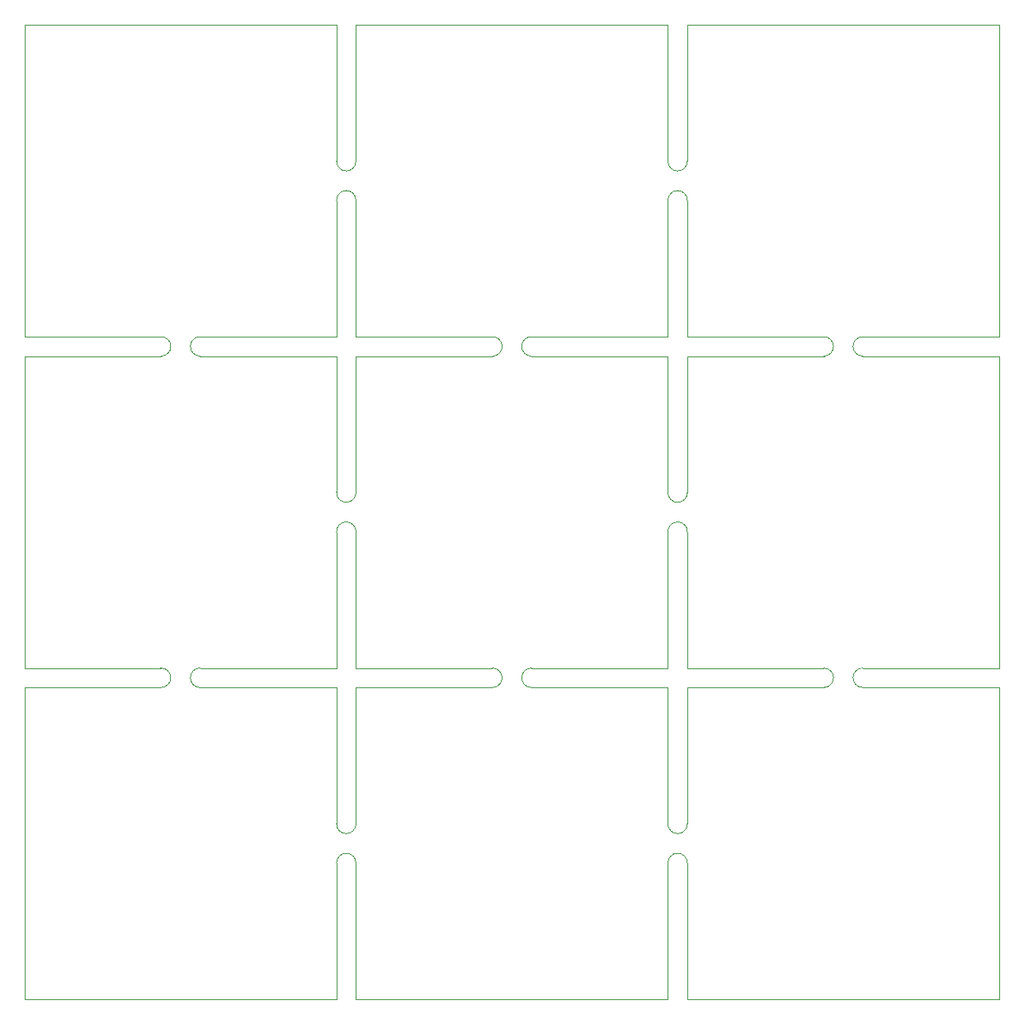
<source format=gm1>
G04 #@! TF.GenerationSoftware,KiCad,Pcbnew,(5.1.5)-3*
G04 #@! TF.CreationDate,2021-06-29T22:10:07+07:00*
G04 #@! TF.ProjectId,noname,6e6f6e61-6d65-42e6-9b69-6361645f7063,rev?*
G04 #@! TF.SameCoordinates,Original*
G04 #@! TF.FileFunction,Profile,NP*
%FSLAX46Y46*%
G04 Gerber Fmt 4.6, Leading zero omitted, Abs format (unit mm)*
G04 Created by KiCad (PCBNEW (5.1.5)-3) date 2021-06-29 22:10:07*
%MOMM*%
%LPD*%
G04 APERTURE LIST*
%ADD10C,0.050000*%
G04 APERTURE END LIST*
D10*
X148010000Y-57302400D02*
X180014000Y-57302400D01*
X114010000Y-57302400D02*
X146014000Y-57302400D01*
X80010000Y-57302400D02*
X112014000Y-57302400D01*
X80010000Y-125302400D02*
X80010000Y-157306400D01*
X80010000Y-91302400D02*
X80010000Y-123306400D01*
X80010000Y-57302400D02*
X80010000Y-89306400D01*
X180014000Y-125302400D02*
X180014000Y-157306400D01*
X180014000Y-91302400D02*
X180014000Y-123306400D01*
X180014000Y-57302400D02*
X180014000Y-89306400D01*
X148010000Y-157306400D02*
X180014000Y-157306400D01*
X114010000Y-157306400D02*
X146014000Y-157306400D01*
X80010000Y-157306400D02*
X112014000Y-157306400D01*
X161982562Y-123306659D02*
G75*
G02X162033339Y-125301959I30458J-997521D01*
G01*
X162030800Y-125302400D02*
X148010000Y-125302400D01*
X128030800Y-125302400D02*
X114010000Y-125302400D01*
X94030800Y-125302400D02*
X80010000Y-125302400D01*
X162030800Y-91302400D02*
X148010000Y-91302400D01*
X128030800Y-91302400D02*
X114010000Y-91302400D01*
X94030800Y-91302400D02*
X80010000Y-91302400D01*
X148010000Y-123306400D02*
X161980000Y-123306400D01*
X114010000Y-123306400D02*
X127980000Y-123306400D01*
X80010000Y-123306400D02*
X93980000Y-123306400D01*
X148010000Y-89306400D02*
X161980000Y-89306400D01*
X114010000Y-89306400D02*
X127980000Y-89306400D01*
X165993200Y-125302400D02*
X180014000Y-125302400D01*
X131993200Y-125302400D02*
X146014000Y-125302400D01*
X97993200Y-125302400D02*
X112014000Y-125302400D01*
X165993200Y-91302400D02*
X180014000Y-91302400D01*
X131993200Y-91302400D02*
X146014000Y-91302400D01*
X97993200Y-91302400D02*
X112014000Y-91302400D01*
X165993186Y-125303226D02*
G75*
G02X166043999Y-123306401I17794J998606D01*
G01*
X131993186Y-125303226D02*
G75*
G02X132043999Y-123306401I17794J998606D01*
G01*
X97993186Y-125303226D02*
G75*
G02X98043999Y-123306401I17794J998606D01*
G01*
X165993186Y-91303226D02*
G75*
G02X166043999Y-89306401I17794J998606D01*
G01*
X131993186Y-91303226D02*
G75*
G02X132043999Y-89306401I17794J998606D01*
G01*
X127980022Y-123307099D02*
G75*
G02X128030799Y-125302399I30458J-997521D01*
G01*
X93980022Y-123307099D02*
G75*
G02X94030799Y-125302399I30458J-997521D01*
G01*
X161980022Y-89307099D02*
G75*
G02X162030799Y-91302399I30458J-997521D01*
G01*
X127980022Y-89307099D02*
G75*
G02X128030799Y-91302399I30458J-997521D01*
G01*
X114009999Y-71271945D02*
G75*
G02X112013561Y-71271961I-998219J-33035D01*
G01*
X148010000Y-143336400D02*
X148010000Y-157306400D01*
X114010000Y-143336400D02*
X114010000Y-157306400D01*
X148010000Y-109336400D02*
X148010000Y-123306400D01*
X114010000Y-109336400D02*
X114010000Y-123306400D01*
X148010000Y-75336400D02*
X148010000Y-89306400D01*
X114010000Y-75336400D02*
X114010000Y-89306400D01*
X146014000Y-143336400D02*
X146014000Y-157306400D01*
X112014000Y-143336400D02*
X112014000Y-157306400D01*
X146014000Y-109336400D02*
X146014000Y-123306400D01*
X112014000Y-109336400D02*
X112014000Y-123306400D01*
X146014000Y-75336400D02*
X146014000Y-89306400D01*
X148010000Y-125302400D02*
X148010000Y-139272400D01*
X114010000Y-125302400D02*
X114010000Y-139272400D01*
X148010000Y-91302400D02*
X148010000Y-105272400D01*
X114010000Y-91302400D02*
X114010000Y-105272400D01*
X148010000Y-57302400D02*
X148010000Y-71272400D01*
X114010000Y-57302400D02*
X114010000Y-71272400D01*
X180014000Y-123306400D02*
X166044000Y-123306400D01*
X146014000Y-123306400D02*
X132044000Y-123306400D01*
X112014000Y-123306400D02*
X98044000Y-123306400D01*
X180014000Y-89306400D02*
X166044000Y-89306400D01*
X146014000Y-89306400D02*
X132044000Y-89306400D01*
X146014000Y-125302400D02*
X146014000Y-139272400D01*
X112014000Y-125302400D02*
X112014000Y-139272400D01*
X146014000Y-91302400D02*
X146014000Y-105272400D01*
X112014000Y-91302400D02*
X112014000Y-105272400D01*
X146014000Y-57302400D02*
X146014000Y-71272400D01*
X146016114Y-143338487D02*
G75*
G02X148011659Y-143338059I997766J30467D01*
G01*
X112016114Y-143338487D02*
G75*
G02X114011659Y-143338059I997766J30467D01*
G01*
X146016114Y-109338487D02*
G75*
G02X148011659Y-109338059I997766J30467D01*
G01*
X112016114Y-109338487D02*
G75*
G02X114011659Y-109338059I997766J30467D01*
G01*
X146016114Y-75338487D02*
G75*
G02X148011659Y-75338059I997766J30467D01*
G01*
X148010439Y-139272385D02*
G75*
G02X146014001Y-139272401I-998219J-33035D01*
G01*
X114010439Y-139272385D02*
G75*
G02X112014001Y-139272401I-998219J-33035D01*
G01*
X148010439Y-105272385D02*
G75*
G02X146014001Y-105272401I-998219J-33035D01*
G01*
X114010439Y-105272385D02*
G75*
G02X112014001Y-105272401I-998219J-33035D01*
G01*
X148010439Y-71272385D02*
G75*
G02X146014001Y-71272401I-998219J-33035D01*
G01*
X97993186Y-91303226D02*
G75*
G02X98043999Y-89306401I17794J998606D01*
G01*
X93980022Y-89307099D02*
G75*
G02X94030799Y-91302399I30458J-997521D01*
G01*
X112014441Y-75336388D02*
G75*
G02X114009999Y-75336399I997779J30468D01*
G01*
X112014000Y-75336400D02*
X112014000Y-89306400D01*
X80010000Y-89306400D02*
X93980000Y-89306400D01*
X112014000Y-57302400D02*
X112014000Y-71272400D01*
X112014000Y-89306400D02*
X98044000Y-89306400D01*
M02*

</source>
